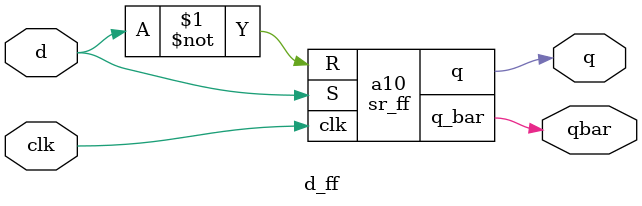
<source format=v>
module sr_ff(clk,S,R, q,q_bar);
input clk,S,R;
output reg q;
output q_bar;

always@(posedge clk)
begin
  case({S,R})
    2'b00: q <= q;
  2'b01: q <= 1'b0;
  2'b10: q <= 1'b1;
  2'b11: q <= 1'bx;
  endcase
end

assign q_bar = ~q;
endmodule

module d_ff(q,qbar,d,clk);
input d,clk;
output q,qbar;
sr_ff a10 (clk,d,~d, q,qbar);
endmodule

</source>
